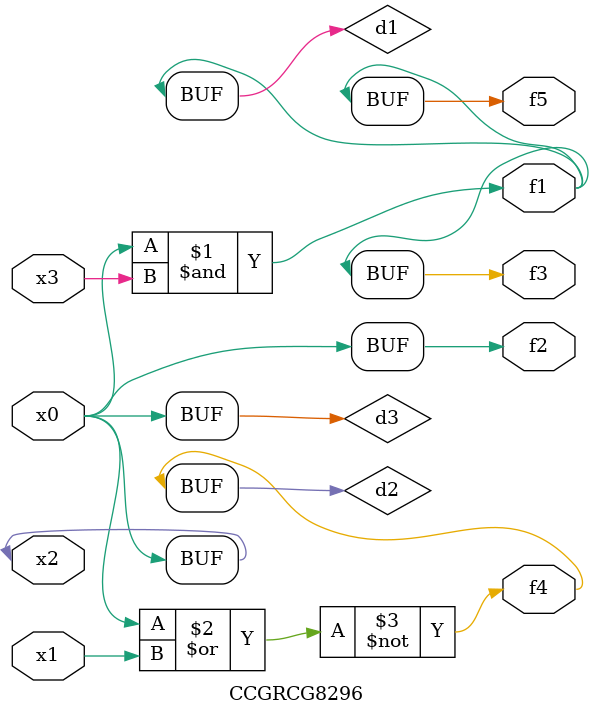
<source format=v>
module CCGRCG8296(
	input x0, x1, x2, x3,
	output f1, f2, f3, f4, f5
);

	wire d1, d2, d3;

	and (d1, x2, x3);
	nor (d2, x0, x1);
	buf (d3, x0, x2);
	assign f1 = d1;
	assign f2 = d3;
	assign f3 = d1;
	assign f4 = d2;
	assign f5 = d1;
endmodule

</source>
